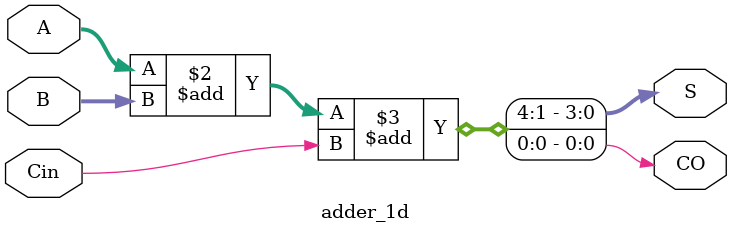
<source format=sv>
module adder_1d(S,CO,A,B,Cin);

input [3:0] A,B;
input Cin;
output reg [3:0]S;
output reg CO;

always_comb 
{S,CO} = A+B+Cin;

endmodule

</source>
